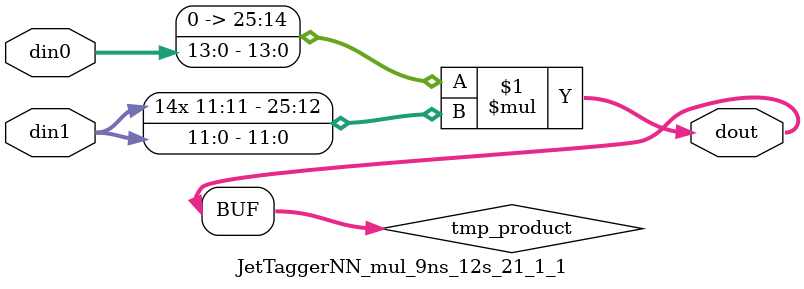
<source format=v>

`timescale 1 ns / 1 ps

  module JetTaggerNN_mul_9ns_12s_21_1_1(din0, din1, dout);
parameter ID = 1;
parameter NUM_STAGE = 0;
parameter din0_WIDTH = 14;
parameter din1_WIDTH = 12;
parameter dout_WIDTH = 26;

input [din0_WIDTH - 1 : 0] din0; 
input [din1_WIDTH - 1 : 0] din1; 
output [dout_WIDTH - 1 : 0] dout;

wire signed [dout_WIDTH - 1 : 0] tmp_product;











assign tmp_product = $signed({1'b0, din0}) * $signed(din1);










assign dout = tmp_product;







endmodule

</source>
